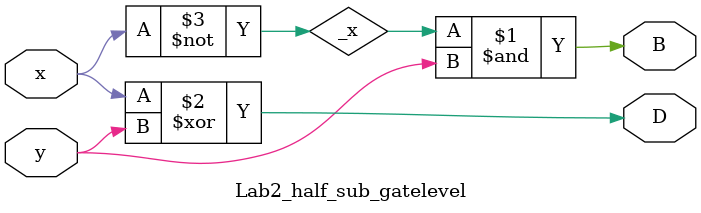
<source format=v>
module	Lab2_half_sub_gatelevel(
	input x, y, 
	output B, D);
	wire	_x;
	
	not	(_x, x);
	
	and	#(2)G1(B, _x, y);
	xor #(4)G2(D, x, y);
endmodule
</source>
